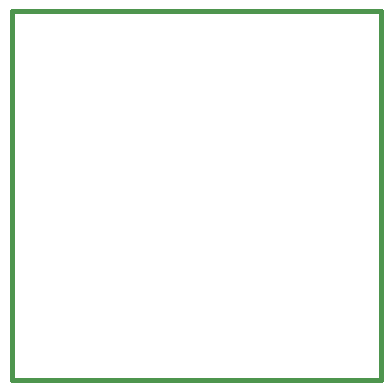
<source format=gbr>
G04 (created by PCBNEW-RS274X (2010-04-21 BZR 23xx)-stable) date Mon 25 Apr 2011 12:09:09 AM CEST*
G01*
G70*
G90*
%MOIN*%
G04 Gerber Fmt 3.4, Leading zero omitted, Abs format*
%FSLAX34Y34*%
G04 APERTURE LIST*
%ADD10C,0.006000*%
%ADD11C,0.015000*%
G04 APERTURE END LIST*
G54D10*
G54D11*
X23300Y-23900D02*
X23300Y-23800D01*
X11000Y-23900D02*
X23300Y-23900D01*
X11000Y-11600D02*
X23300Y-11600D01*
X23300Y-11600D02*
X23300Y-23900D01*
X11000Y-11600D02*
X11000Y-23900D01*
M02*

</source>
